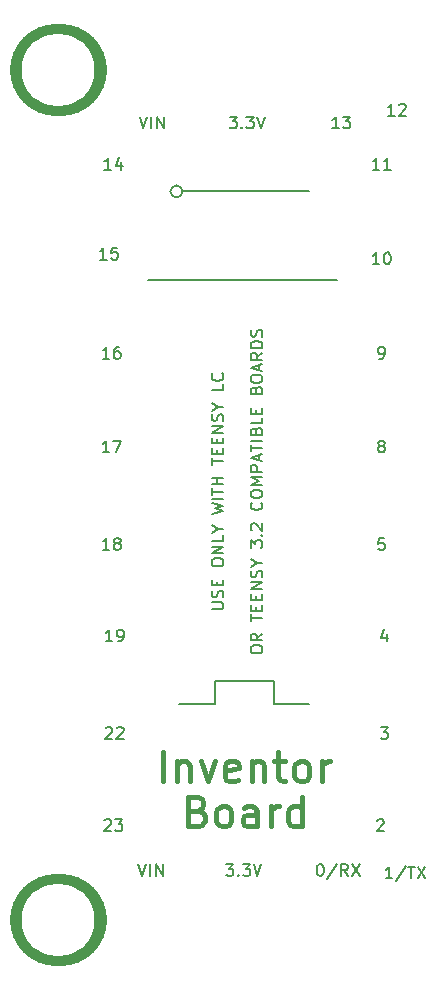
<source format=gto>
%TF.GenerationSoftware,KiCad,Pcbnew,4.0.7-e2-6376~58~ubuntu16.04.1*%
%TF.CreationDate,2018-04-06T12:35:26-07:00*%
%TF.ProjectId,5x10-Teensy-LC-Breakout,357831302D5465656E73792D4C432D42,v1.4*%
%TF.FileFunction,Legend,Top*%
%FSLAX46Y46*%
G04 Gerber Fmt 4.6, Leading zero omitted, Abs format (unit mm)*
G04 Created by KiCad (PCBNEW 4.0.7-e2-6376~58~ubuntu16.04.1) date Fri Apr  6 12:35:26 2018*
%MOMM*%
%LPD*%
G01*
G04 APERTURE LIST*
%ADD10C,0.350000*%
%ADD11C,0.400000*%
%ADD12C,0.152400*%
%ADD13C,7.800000*%
%ADD14C,0.127000*%
%ADD15C,0.150000*%
%ADD16C,0.310000*%
%ADD17C,0.254000*%
%ADD18C,1.879600*%
%ADD19C,6.152400*%
G04 APERTURE END LIST*
D10*
D11*
X35635904Y-125297429D02*
X35993047Y-125416476D01*
X36112095Y-125535524D01*
X36231143Y-125773619D01*
X36231143Y-126130762D01*
X36112095Y-126368857D01*
X35993047Y-126487905D01*
X35754952Y-126606952D01*
X34802571Y-126606952D01*
X34802571Y-124106952D01*
X35635904Y-124106952D01*
X35874000Y-124226000D01*
X35993047Y-124345048D01*
X36112095Y-124583143D01*
X36112095Y-124821238D01*
X35993047Y-125059333D01*
X35874000Y-125178381D01*
X35635904Y-125297429D01*
X34802571Y-125297429D01*
X37659714Y-126606952D02*
X37421619Y-126487905D01*
X37302571Y-126368857D01*
X37183523Y-126130762D01*
X37183523Y-125416476D01*
X37302571Y-125178381D01*
X37421619Y-125059333D01*
X37659714Y-124940286D01*
X38016857Y-124940286D01*
X38254952Y-125059333D01*
X38374000Y-125178381D01*
X38493047Y-125416476D01*
X38493047Y-126130762D01*
X38374000Y-126368857D01*
X38254952Y-126487905D01*
X38016857Y-126606952D01*
X37659714Y-126606952D01*
X40635905Y-126606952D02*
X40635905Y-125297429D01*
X40516857Y-125059333D01*
X40278762Y-124940286D01*
X39802571Y-124940286D01*
X39564476Y-125059333D01*
X40635905Y-126487905D02*
X40397809Y-126606952D01*
X39802571Y-126606952D01*
X39564476Y-126487905D01*
X39445428Y-126249810D01*
X39445428Y-126011714D01*
X39564476Y-125773619D01*
X39802571Y-125654571D01*
X40397809Y-125654571D01*
X40635905Y-125535524D01*
X41826381Y-126606952D02*
X41826381Y-124940286D01*
X41826381Y-125416476D02*
X41945429Y-125178381D01*
X42064476Y-125059333D01*
X42302572Y-124940286D01*
X42540667Y-124940286D01*
X44445429Y-126606952D02*
X44445429Y-124106952D01*
X44445429Y-126487905D02*
X44207333Y-126606952D01*
X43731143Y-126606952D01*
X43493048Y-126487905D01*
X43374000Y-126368857D01*
X43254952Y-126130762D01*
X43254952Y-125416476D01*
X43374000Y-125178381D01*
X43493048Y-125059333D01*
X43731143Y-124940286D01*
X44207333Y-124940286D01*
X44445429Y-125059333D01*
X32719238Y-122796952D02*
X32719238Y-120296952D01*
X33909714Y-121130286D02*
X33909714Y-122796952D01*
X33909714Y-121368381D02*
X34028762Y-121249333D01*
X34266857Y-121130286D01*
X34624000Y-121130286D01*
X34862095Y-121249333D01*
X34981143Y-121487429D01*
X34981143Y-122796952D01*
X35933524Y-121130286D02*
X36528762Y-122796952D01*
X37124000Y-121130286D01*
X39028762Y-122677905D02*
X38790667Y-122796952D01*
X38314476Y-122796952D01*
X38076381Y-122677905D01*
X37957333Y-122439810D01*
X37957333Y-121487429D01*
X38076381Y-121249333D01*
X38314476Y-121130286D01*
X38790667Y-121130286D01*
X39028762Y-121249333D01*
X39147810Y-121487429D01*
X39147810Y-121725524D01*
X37957333Y-121963619D01*
X40219238Y-121130286D02*
X40219238Y-122796952D01*
X40219238Y-121368381D02*
X40338286Y-121249333D01*
X40576381Y-121130286D01*
X40933524Y-121130286D01*
X41171619Y-121249333D01*
X41290667Y-121487429D01*
X41290667Y-122796952D01*
X42124000Y-121130286D02*
X43076381Y-121130286D01*
X42481143Y-120296952D02*
X42481143Y-122439810D01*
X42600191Y-122677905D01*
X42838286Y-122796952D01*
X43076381Y-122796952D01*
X44266857Y-122796952D02*
X44028762Y-122677905D01*
X43909714Y-122558857D01*
X43790666Y-122320762D01*
X43790666Y-121606476D01*
X43909714Y-121368381D01*
X44028762Y-121249333D01*
X44266857Y-121130286D01*
X44624000Y-121130286D01*
X44862095Y-121249333D01*
X44981143Y-121368381D01*
X45100190Y-121606476D01*
X45100190Y-122320762D01*
X44981143Y-122558857D01*
X44862095Y-122677905D01*
X44624000Y-122796952D01*
X44266857Y-122796952D01*
X46171619Y-122796952D02*
X46171619Y-121130286D01*
X46171619Y-121606476D02*
X46290667Y-121368381D01*
X46409714Y-121249333D01*
X46647810Y-121130286D01*
X46885905Y-121130286D01*
D12*
X34417000Y-72872600D02*
X45085000Y-72872600D01*
X34354433Y-72872600D02*
G75*
G03X34354433Y-72872600I-508933J0D01*
G01*
D13*
X23686960Y-62576360D02*
X24067960Y-62576360D01*
D14*
X31400960Y-80388860D02*
X47400960Y-80388860D01*
X42100960Y-114289860D02*
X37100960Y-114289860D01*
X42100960Y-116289860D02*
X42100960Y-114289860D01*
X42100960Y-116289860D02*
X45100960Y-116289860D01*
X37100960Y-116289860D02*
X37100960Y-114289860D01*
X37100960Y-116289860D02*
X37100960Y-114289860D01*
X34100960Y-116289860D02*
X37100960Y-116289860D01*
X34100960Y-116289860D02*
X37100960Y-116289860D01*
D13*
X23686960Y-134585360D02*
X24067960Y-134585360D01*
D15*
X30718722Y-66531741D02*
X31052055Y-67531741D01*
X31385389Y-66531741D01*
X31718722Y-67531741D02*
X31718722Y-66531741D01*
X32194912Y-67531741D02*
X32194912Y-66531741D01*
X32766341Y-67531741D01*
X32766341Y-66531741D01*
X40124341Y-111733242D02*
X40124341Y-111542765D01*
X40171960Y-111447527D01*
X40267198Y-111352289D01*
X40457674Y-111304670D01*
X40791008Y-111304670D01*
X40981484Y-111352289D01*
X41076722Y-111447527D01*
X41124341Y-111542765D01*
X41124341Y-111733242D01*
X41076722Y-111828480D01*
X40981484Y-111923718D01*
X40791008Y-111971337D01*
X40457674Y-111971337D01*
X40267198Y-111923718D01*
X40171960Y-111828480D01*
X40124341Y-111733242D01*
X41124341Y-110304670D02*
X40648150Y-110638004D01*
X41124341Y-110876099D02*
X40124341Y-110876099D01*
X40124341Y-110495146D01*
X40171960Y-110399908D01*
X40219579Y-110352289D01*
X40314817Y-110304670D01*
X40457674Y-110304670D01*
X40552912Y-110352289D01*
X40600531Y-110399908D01*
X40648150Y-110495146D01*
X40648150Y-110876099D01*
X40124341Y-109257051D02*
X40124341Y-108685622D01*
X41124341Y-108971337D02*
X40124341Y-108971337D01*
X40600531Y-108352289D02*
X40600531Y-108018955D01*
X41124341Y-107876098D02*
X41124341Y-108352289D01*
X40124341Y-108352289D01*
X40124341Y-107876098D01*
X40600531Y-107447527D02*
X40600531Y-107114193D01*
X41124341Y-106971336D02*
X41124341Y-107447527D01*
X40124341Y-107447527D01*
X40124341Y-106971336D01*
X41124341Y-106542765D02*
X40124341Y-106542765D01*
X41124341Y-105971336D01*
X40124341Y-105971336D01*
X41076722Y-105542765D02*
X41124341Y-105399908D01*
X41124341Y-105161812D01*
X41076722Y-105066574D01*
X41029103Y-105018955D01*
X40933865Y-104971336D01*
X40838627Y-104971336D01*
X40743389Y-105018955D01*
X40695770Y-105066574D01*
X40648150Y-105161812D01*
X40600531Y-105352289D01*
X40552912Y-105447527D01*
X40505293Y-105495146D01*
X40410055Y-105542765D01*
X40314817Y-105542765D01*
X40219579Y-105495146D01*
X40171960Y-105447527D01*
X40124341Y-105352289D01*
X40124341Y-105114193D01*
X40171960Y-104971336D01*
X40648150Y-104352289D02*
X41124341Y-104352289D01*
X40124341Y-104685622D02*
X40648150Y-104352289D01*
X40124341Y-104018955D01*
X40124341Y-103018955D02*
X40124341Y-102399907D01*
X40505293Y-102733241D01*
X40505293Y-102590383D01*
X40552912Y-102495145D01*
X40600531Y-102447526D01*
X40695770Y-102399907D01*
X40933865Y-102399907D01*
X41029103Y-102447526D01*
X41076722Y-102495145D01*
X41124341Y-102590383D01*
X41124341Y-102876098D01*
X41076722Y-102971336D01*
X41029103Y-103018955D01*
X41029103Y-101971336D02*
X41076722Y-101923717D01*
X41124341Y-101971336D01*
X41076722Y-102018955D01*
X41029103Y-101971336D01*
X41124341Y-101971336D01*
X40219579Y-101542765D02*
X40171960Y-101495146D01*
X40124341Y-101399908D01*
X40124341Y-101161812D01*
X40171960Y-101066574D01*
X40219579Y-101018955D01*
X40314817Y-100971336D01*
X40410055Y-100971336D01*
X40552912Y-101018955D01*
X41124341Y-101590384D01*
X41124341Y-100971336D01*
X41029103Y-99209431D02*
X41076722Y-99257050D01*
X41124341Y-99399907D01*
X41124341Y-99495145D01*
X41076722Y-99638003D01*
X40981484Y-99733241D01*
X40886246Y-99780860D01*
X40695770Y-99828479D01*
X40552912Y-99828479D01*
X40362436Y-99780860D01*
X40267198Y-99733241D01*
X40171960Y-99638003D01*
X40124341Y-99495145D01*
X40124341Y-99399907D01*
X40171960Y-99257050D01*
X40219579Y-99209431D01*
X40124341Y-98590384D02*
X40124341Y-98399907D01*
X40171960Y-98304669D01*
X40267198Y-98209431D01*
X40457674Y-98161812D01*
X40791008Y-98161812D01*
X40981484Y-98209431D01*
X41076722Y-98304669D01*
X41124341Y-98399907D01*
X41124341Y-98590384D01*
X41076722Y-98685622D01*
X40981484Y-98780860D01*
X40791008Y-98828479D01*
X40457674Y-98828479D01*
X40267198Y-98780860D01*
X40171960Y-98685622D01*
X40124341Y-98590384D01*
X41124341Y-97733241D02*
X40124341Y-97733241D01*
X40838627Y-97399907D01*
X40124341Y-97066574D01*
X41124341Y-97066574D01*
X41124341Y-96590384D02*
X40124341Y-96590384D01*
X40124341Y-96209431D01*
X40171960Y-96114193D01*
X40219579Y-96066574D01*
X40314817Y-96018955D01*
X40457674Y-96018955D01*
X40552912Y-96066574D01*
X40600531Y-96114193D01*
X40648150Y-96209431D01*
X40648150Y-96590384D01*
X40838627Y-95638003D02*
X40838627Y-95161812D01*
X41124341Y-95733241D02*
X40124341Y-95399908D01*
X41124341Y-95066574D01*
X40124341Y-94876098D02*
X40124341Y-94304669D01*
X41124341Y-94590384D02*
X40124341Y-94590384D01*
X41124341Y-93971336D02*
X40124341Y-93971336D01*
X40600531Y-93161812D02*
X40648150Y-93018955D01*
X40695770Y-92971336D01*
X40791008Y-92923717D01*
X40933865Y-92923717D01*
X41029103Y-92971336D01*
X41076722Y-93018955D01*
X41124341Y-93114193D01*
X41124341Y-93495146D01*
X40124341Y-93495146D01*
X40124341Y-93161812D01*
X40171960Y-93066574D01*
X40219579Y-93018955D01*
X40314817Y-92971336D01*
X40410055Y-92971336D01*
X40505293Y-93018955D01*
X40552912Y-93066574D01*
X40600531Y-93161812D01*
X40600531Y-93495146D01*
X41124341Y-92018955D02*
X41124341Y-92495146D01*
X40124341Y-92495146D01*
X40600531Y-91685622D02*
X40600531Y-91352288D01*
X41124341Y-91209431D02*
X41124341Y-91685622D01*
X40124341Y-91685622D01*
X40124341Y-91209431D01*
X40600531Y-89685621D02*
X40648150Y-89542764D01*
X40695770Y-89495145D01*
X40791008Y-89447526D01*
X40933865Y-89447526D01*
X41029103Y-89495145D01*
X41076722Y-89542764D01*
X41124341Y-89638002D01*
X41124341Y-90018955D01*
X40124341Y-90018955D01*
X40124341Y-89685621D01*
X40171960Y-89590383D01*
X40219579Y-89542764D01*
X40314817Y-89495145D01*
X40410055Y-89495145D01*
X40505293Y-89542764D01*
X40552912Y-89590383D01*
X40600531Y-89685621D01*
X40600531Y-90018955D01*
X40124341Y-88828479D02*
X40124341Y-88638002D01*
X40171960Y-88542764D01*
X40267198Y-88447526D01*
X40457674Y-88399907D01*
X40791008Y-88399907D01*
X40981484Y-88447526D01*
X41076722Y-88542764D01*
X41124341Y-88638002D01*
X41124341Y-88828479D01*
X41076722Y-88923717D01*
X40981484Y-89018955D01*
X40791008Y-89066574D01*
X40457674Y-89066574D01*
X40267198Y-89018955D01*
X40171960Y-88923717D01*
X40124341Y-88828479D01*
X40838627Y-88018955D02*
X40838627Y-87542764D01*
X41124341Y-88114193D02*
X40124341Y-87780860D01*
X41124341Y-87447526D01*
X41124341Y-86542764D02*
X40648150Y-86876098D01*
X41124341Y-87114193D02*
X40124341Y-87114193D01*
X40124341Y-86733240D01*
X40171960Y-86638002D01*
X40219579Y-86590383D01*
X40314817Y-86542764D01*
X40457674Y-86542764D01*
X40552912Y-86590383D01*
X40600531Y-86638002D01*
X40648150Y-86733240D01*
X40648150Y-87114193D01*
X41124341Y-86114193D02*
X40124341Y-86114193D01*
X40124341Y-85876098D01*
X40171960Y-85733240D01*
X40267198Y-85638002D01*
X40362436Y-85590383D01*
X40552912Y-85542764D01*
X40695770Y-85542764D01*
X40886246Y-85590383D01*
X40981484Y-85638002D01*
X41076722Y-85733240D01*
X41124341Y-85876098D01*
X41124341Y-86114193D01*
X41076722Y-85161812D02*
X41124341Y-85018955D01*
X41124341Y-84780859D01*
X41076722Y-84685621D01*
X41029103Y-84638002D01*
X40933865Y-84590383D01*
X40838627Y-84590383D01*
X40743389Y-84638002D01*
X40695770Y-84685621D01*
X40648150Y-84780859D01*
X40600531Y-84971336D01*
X40552912Y-85066574D01*
X40505293Y-85114193D01*
X40410055Y-85161812D01*
X40314817Y-85161812D01*
X40219579Y-85114193D01*
X40171960Y-85066574D01*
X40124341Y-84971336D01*
X40124341Y-84733240D01*
X40171960Y-84590383D01*
X36822341Y-108233242D02*
X37631865Y-108233242D01*
X37727103Y-108185623D01*
X37774722Y-108138004D01*
X37822341Y-108042766D01*
X37822341Y-107852289D01*
X37774722Y-107757051D01*
X37727103Y-107709432D01*
X37631865Y-107661813D01*
X36822341Y-107661813D01*
X37774722Y-107233242D02*
X37822341Y-107090385D01*
X37822341Y-106852289D01*
X37774722Y-106757051D01*
X37727103Y-106709432D01*
X37631865Y-106661813D01*
X37536627Y-106661813D01*
X37441389Y-106709432D01*
X37393770Y-106757051D01*
X37346150Y-106852289D01*
X37298531Y-107042766D01*
X37250912Y-107138004D01*
X37203293Y-107185623D01*
X37108055Y-107233242D01*
X37012817Y-107233242D01*
X36917579Y-107185623D01*
X36869960Y-107138004D01*
X36822341Y-107042766D01*
X36822341Y-106804670D01*
X36869960Y-106661813D01*
X37298531Y-106233242D02*
X37298531Y-105899908D01*
X37822341Y-105757051D02*
X37822341Y-106233242D01*
X36822341Y-106233242D01*
X36822341Y-105757051D01*
X36822341Y-104376099D02*
X36822341Y-104185622D01*
X36869960Y-104090384D01*
X36965198Y-103995146D01*
X37155674Y-103947527D01*
X37489008Y-103947527D01*
X37679484Y-103995146D01*
X37774722Y-104090384D01*
X37822341Y-104185622D01*
X37822341Y-104376099D01*
X37774722Y-104471337D01*
X37679484Y-104566575D01*
X37489008Y-104614194D01*
X37155674Y-104614194D01*
X36965198Y-104566575D01*
X36869960Y-104471337D01*
X36822341Y-104376099D01*
X37822341Y-103518956D02*
X36822341Y-103518956D01*
X37822341Y-102947527D01*
X36822341Y-102947527D01*
X37822341Y-101995146D02*
X37822341Y-102471337D01*
X36822341Y-102471337D01*
X37346150Y-101471337D02*
X37822341Y-101471337D01*
X36822341Y-101804670D02*
X37346150Y-101471337D01*
X36822341Y-101138003D01*
X36822341Y-100138003D02*
X37822341Y-99899908D01*
X37108055Y-99709431D01*
X37822341Y-99518955D01*
X36822341Y-99280860D01*
X37822341Y-98899908D02*
X36822341Y-98899908D01*
X36822341Y-98566575D02*
X36822341Y-97995146D01*
X37822341Y-98280861D02*
X36822341Y-98280861D01*
X37822341Y-97661813D02*
X36822341Y-97661813D01*
X37298531Y-97661813D02*
X37298531Y-97090384D01*
X37822341Y-97090384D02*
X36822341Y-97090384D01*
X36822341Y-95995146D02*
X36822341Y-95423717D01*
X37822341Y-95709432D02*
X36822341Y-95709432D01*
X37298531Y-95090384D02*
X37298531Y-94757050D01*
X37822341Y-94614193D02*
X37822341Y-95090384D01*
X36822341Y-95090384D01*
X36822341Y-94614193D01*
X37298531Y-94185622D02*
X37298531Y-93852288D01*
X37822341Y-93709431D02*
X37822341Y-94185622D01*
X36822341Y-94185622D01*
X36822341Y-93709431D01*
X37822341Y-93280860D02*
X36822341Y-93280860D01*
X37822341Y-92709431D01*
X36822341Y-92709431D01*
X37774722Y-92280860D02*
X37822341Y-92138003D01*
X37822341Y-91899907D01*
X37774722Y-91804669D01*
X37727103Y-91757050D01*
X37631865Y-91709431D01*
X37536627Y-91709431D01*
X37441389Y-91757050D01*
X37393770Y-91804669D01*
X37346150Y-91899907D01*
X37298531Y-92090384D01*
X37250912Y-92185622D01*
X37203293Y-92233241D01*
X37108055Y-92280860D01*
X37012817Y-92280860D01*
X36917579Y-92233241D01*
X36869960Y-92185622D01*
X36822341Y-92090384D01*
X36822341Y-91852288D01*
X36869960Y-91709431D01*
X37346150Y-91090384D02*
X37822341Y-91090384D01*
X36822341Y-91423717D02*
X37346150Y-91090384D01*
X36822341Y-90757050D01*
X37822341Y-89185621D02*
X37822341Y-89661812D01*
X36822341Y-89661812D01*
X37727103Y-88280859D02*
X37774722Y-88328478D01*
X37822341Y-88471335D01*
X37822341Y-88566573D01*
X37774722Y-88709431D01*
X37679484Y-88804669D01*
X37584246Y-88852288D01*
X37393770Y-88899907D01*
X37250912Y-88899907D01*
X37060436Y-88852288D01*
X36965198Y-88804669D01*
X36869960Y-88709431D01*
X36822341Y-88566573D01*
X36822341Y-88471335D01*
X36869960Y-88328478D01*
X36917579Y-88280859D01*
X28163484Y-103221741D02*
X27592055Y-103221741D01*
X27877769Y-103221741D02*
X27877769Y-102221741D01*
X27782531Y-102364598D01*
X27687293Y-102459836D01*
X27592055Y-102507455D01*
X28734912Y-102650312D02*
X28639674Y-102602693D01*
X28592055Y-102555074D01*
X28544436Y-102459836D01*
X28544436Y-102412217D01*
X28592055Y-102316979D01*
X28639674Y-102269360D01*
X28734912Y-102221741D01*
X28925389Y-102221741D01*
X29020627Y-102269360D01*
X29068246Y-102316979D01*
X29115865Y-102412217D01*
X29115865Y-102459836D01*
X29068246Y-102555074D01*
X29020627Y-102602693D01*
X28925389Y-102650312D01*
X28734912Y-102650312D01*
X28639674Y-102697931D01*
X28592055Y-102745550D01*
X28544436Y-102840789D01*
X28544436Y-103031265D01*
X28592055Y-103126503D01*
X28639674Y-103174122D01*
X28734912Y-103221741D01*
X28925389Y-103221741D01*
X29020627Y-103174122D01*
X29068246Y-103126503D01*
X29115865Y-103031265D01*
X29115865Y-102840789D01*
X29068246Y-102745550D01*
X29020627Y-102697931D01*
X28925389Y-102650312D01*
X28163484Y-94971741D02*
X27592055Y-94971741D01*
X27877769Y-94971741D02*
X27877769Y-93971741D01*
X27782531Y-94114598D01*
X27687293Y-94209836D01*
X27592055Y-94257455D01*
X28496817Y-93971741D02*
X29163484Y-93971741D01*
X28734912Y-94971741D01*
X27842055Y-118316979D02*
X27889674Y-118269360D01*
X27984912Y-118221741D01*
X28223008Y-118221741D01*
X28318246Y-118269360D01*
X28365865Y-118316979D01*
X28413484Y-118412217D01*
X28413484Y-118507455D01*
X28365865Y-118650312D01*
X27794436Y-119221741D01*
X28413484Y-119221741D01*
X28794436Y-118316979D02*
X28842055Y-118269360D01*
X28937293Y-118221741D01*
X29175389Y-118221741D01*
X29270627Y-118269360D01*
X29318246Y-118316979D01*
X29365865Y-118412217D01*
X29365865Y-118507455D01*
X29318246Y-118650312D01*
X28746817Y-119221741D01*
X29365865Y-119221741D01*
X28413484Y-110971741D02*
X27842055Y-110971741D01*
X28127769Y-110971741D02*
X28127769Y-109971741D01*
X28032531Y-110114598D01*
X27937293Y-110209836D01*
X27842055Y-110257455D01*
X28889674Y-110971741D02*
X29080150Y-110971741D01*
X29175389Y-110924122D01*
X29223008Y-110876503D01*
X29318246Y-110733646D01*
X29365865Y-110543170D01*
X29365865Y-110162217D01*
X29318246Y-110066979D01*
X29270627Y-110019360D01*
X29175389Y-109971741D01*
X28984912Y-109971741D01*
X28889674Y-110019360D01*
X28842055Y-110066979D01*
X28794436Y-110162217D01*
X28794436Y-110400312D01*
X28842055Y-110495550D01*
X28889674Y-110543170D01*
X28984912Y-110590789D01*
X29175389Y-110590789D01*
X29270627Y-110543170D01*
X29318246Y-110495550D01*
X29365865Y-110400312D01*
X27752055Y-126126979D02*
X27799674Y-126079360D01*
X27894912Y-126031741D01*
X28133008Y-126031741D01*
X28228246Y-126079360D01*
X28275865Y-126126979D01*
X28323484Y-126222217D01*
X28323484Y-126317455D01*
X28275865Y-126460312D01*
X27704436Y-127031741D01*
X28323484Y-127031741D01*
X28656817Y-126031741D02*
X29275865Y-126031741D01*
X28942531Y-126412693D01*
X29085389Y-126412693D01*
X29180627Y-126460312D01*
X29228246Y-126507931D01*
X29275865Y-126603170D01*
X29275865Y-126841265D01*
X29228246Y-126936503D01*
X29180627Y-126984122D01*
X29085389Y-127031741D01*
X28799674Y-127031741D01*
X28704436Y-126984122D01*
X28656817Y-126936503D01*
X30618722Y-129831741D02*
X30952055Y-130831741D01*
X31285389Y-129831741D01*
X31618722Y-130831741D02*
X31618722Y-129831741D01*
X32094912Y-130831741D02*
X32094912Y-129831741D01*
X32666341Y-130831741D01*
X32666341Y-129831741D01*
X28163484Y-87031741D02*
X27592055Y-87031741D01*
X27877769Y-87031741D02*
X27877769Y-86031741D01*
X27782531Y-86174598D01*
X27687293Y-86269836D01*
X27592055Y-86317455D01*
X29020627Y-86031741D02*
X28830150Y-86031741D01*
X28734912Y-86079360D01*
X28687293Y-86126979D01*
X28592055Y-86269836D01*
X28544436Y-86460312D01*
X28544436Y-86841265D01*
X28592055Y-86936503D01*
X28639674Y-86984122D01*
X28734912Y-87031741D01*
X28925389Y-87031741D01*
X29020627Y-86984122D01*
X29068246Y-86936503D01*
X29115865Y-86841265D01*
X29115865Y-86603170D01*
X29068246Y-86507931D01*
X29020627Y-86460312D01*
X28925389Y-86412693D01*
X28734912Y-86412693D01*
X28639674Y-86460312D01*
X28592055Y-86507931D01*
X28544436Y-86603170D01*
X27927324Y-78633581D02*
X27355895Y-78633581D01*
X27641609Y-78633581D02*
X27641609Y-77633581D01*
X27546371Y-77776438D01*
X27451133Y-77871676D01*
X27355895Y-77919295D01*
X28832086Y-77633581D02*
X28355895Y-77633581D01*
X28308276Y-78109771D01*
X28355895Y-78062152D01*
X28451133Y-78014533D01*
X28689229Y-78014533D01*
X28784467Y-78062152D01*
X28832086Y-78109771D01*
X28879705Y-78205010D01*
X28879705Y-78443105D01*
X28832086Y-78538343D01*
X28784467Y-78585962D01*
X28689229Y-78633581D01*
X28451133Y-78633581D01*
X28355895Y-78585962D01*
X28308276Y-78538343D01*
X28323484Y-71031741D02*
X27752055Y-71031741D01*
X28037769Y-71031741D02*
X28037769Y-70031741D01*
X27942531Y-70174598D01*
X27847293Y-70269836D01*
X27752055Y-70317455D01*
X29180627Y-70365074D02*
X29180627Y-71031741D01*
X28942531Y-69984122D02*
X28704436Y-70698408D01*
X29323484Y-70698408D01*
X38037770Y-129831741D02*
X38656818Y-129831741D01*
X38323484Y-130212693D01*
X38466342Y-130212693D01*
X38561580Y-130260312D01*
X38609199Y-130307931D01*
X38656818Y-130403170D01*
X38656818Y-130641265D01*
X38609199Y-130736503D01*
X38561580Y-130784122D01*
X38466342Y-130831741D01*
X38180627Y-130831741D01*
X38085389Y-130784122D01*
X38037770Y-130736503D01*
X39085389Y-130736503D02*
X39133008Y-130784122D01*
X39085389Y-130831741D01*
X39037770Y-130784122D01*
X39085389Y-130736503D01*
X39085389Y-130831741D01*
X39466341Y-129831741D02*
X40085389Y-129831741D01*
X39752055Y-130212693D01*
X39894913Y-130212693D01*
X39990151Y-130260312D01*
X40037770Y-130307931D01*
X40085389Y-130403170D01*
X40085389Y-130641265D01*
X40037770Y-130736503D01*
X39990151Y-130784122D01*
X39894913Y-130831741D01*
X39609198Y-130831741D01*
X39513960Y-130784122D01*
X39466341Y-130736503D01*
X40371103Y-129831741D02*
X40704436Y-130831741D01*
X41037770Y-129831741D01*
X45966341Y-129831741D02*
X46061580Y-129831741D01*
X46156818Y-129879360D01*
X46204437Y-129926979D01*
X46252056Y-130022217D01*
X46299675Y-130212693D01*
X46299675Y-130450789D01*
X46252056Y-130641265D01*
X46204437Y-130736503D01*
X46156818Y-130784122D01*
X46061580Y-130831741D01*
X45966341Y-130831741D01*
X45871103Y-130784122D01*
X45823484Y-130736503D01*
X45775865Y-130641265D01*
X45728246Y-130450789D01*
X45728246Y-130212693D01*
X45775865Y-130022217D01*
X45823484Y-129926979D01*
X45871103Y-129879360D01*
X45966341Y-129831741D01*
X47442532Y-129784122D02*
X46585389Y-131069836D01*
X48347294Y-130831741D02*
X48013960Y-130355550D01*
X47775865Y-130831741D02*
X47775865Y-129831741D01*
X48156818Y-129831741D01*
X48252056Y-129879360D01*
X48299675Y-129926979D01*
X48347294Y-130022217D01*
X48347294Y-130165074D01*
X48299675Y-130260312D01*
X48252056Y-130307931D01*
X48156818Y-130355550D01*
X47775865Y-130355550D01*
X48680627Y-129831741D02*
X49347294Y-130831741D01*
X49347294Y-129831741D02*
X48680627Y-130831741D01*
X38337770Y-66531741D02*
X38956818Y-66531741D01*
X38623484Y-66912693D01*
X38766342Y-66912693D01*
X38861580Y-66960312D01*
X38909199Y-67007931D01*
X38956818Y-67103170D01*
X38956818Y-67341265D01*
X38909199Y-67436503D01*
X38861580Y-67484122D01*
X38766342Y-67531741D01*
X38480627Y-67531741D01*
X38385389Y-67484122D01*
X38337770Y-67436503D01*
X39385389Y-67436503D02*
X39433008Y-67484122D01*
X39385389Y-67531741D01*
X39337770Y-67484122D01*
X39385389Y-67436503D01*
X39385389Y-67531741D01*
X39766341Y-66531741D02*
X40385389Y-66531741D01*
X40052055Y-66912693D01*
X40194913Y-66912693D01*
X40290151Y-66960312D01*
X40337770Y-67007931D01*
X40385389Y-67103170D01*
X40385389Y-67341265D01*
X40337770Y-67436503D01*
X40290151Y-67484122D01*
X40194913Y-67531741D01*
X39909198Y-67531741D01*
X39813960Y-67484122D01*
X39766341Y-67436503D01*
X40671103Y-66531741D02*
X41004436Y-67531741D01*
X41337770Y-66531741D01*
X47623484Y-67531741D02*
X47052055Y-67531741D01*
X47337769Y-67531741D02*
X47337769Y-66531741D01*
X47242531Y-66674598D01*
X47147293Y-66769836D01*
X47052055Y-66817455D01*
X47956817Y-66531741D02*
X48575865Y-66531741D01*
X48242531Y-66912693D01*
X48385389Y-66912693D01*
X48480627Y-66960312D01*
X48528246Y-67007931D01*
X48575865Y-67103170D01*
X48575865Y-67341265D01*
X48528246Y-67436503D01*
X48480627Y-67484122D01*
X48385389Y-67531741D01*
X48099674Y-67531741D01*
X48004436Y-67484122D01*
X47956817Y-67436503D01*
X52325484Y-66457741D02*
X51754055Y-66457741D01*
X52039769Y-66457741D02*
X52039769Y-65457741D01*
X51944531Y-65600598D01*
X51849293Y-65695836D01*
X51754055Y-65743455D01*
X52706436Y-65552979D02*
X52754055Y-65505360D01*
X52849293Y-65457741D01*
X53087389Y-65457741D01*
X53182627Y-65505360D01*
X53230246Y-65552979D01*
X53277865Y-65648217D01*
X53277865Y-65743455D01*
X53230246Y-65886312D01*
X52658817Y-66457741D01*
X53277865Y-66457741D01*
X51118722Y-94400312D02*
X51023484Y-94352693D01*
X50975865Y-94305074D01*
X50928246Y-94209836D01*
X50928246Y-94162217D01*
X50975865Y-94066979D01*
X51023484Y-94019360D01*
X51118722Y-93971741D01*
X51309199Y-93971741D01*
X51404437Y-94019360D01*
X51452056Y-94066979D01*
X51499675Y-94162217D01*
X51499675Y-94209836D01*
X51452056Y-94305074D01*
X51404437Y-94352693D01*
X51309199Y-94400312D01*
X51118722Y-94400312D01*
X51023484Y-94447931D01*
X50975865Y-94495550D01*
X50928246Y-94590789D01*
X50928246Y-94781265D01*
X50975865Y-94876503D01*
X51023484Y-94924122D01*
X51118722Y-94971741D01*
X51309199Y-94971741D01*
X51404437Y-94924122D01*
X51452056Y-94876503D01*
X51499675Y-94781265D01*
X51499675Y-94590789D01*
X51452056Y-94495550D01*
X51404437Y-94447931D01*
X51309199Y-94400312D01*
X51023484Y-87031741D02*
X51213960Y-87031741D01*
X51309199Y-86984122D01*
X51356818Y-86936503D01*
X51452056Y-86793646D01*
X51499675Y-86603170D01*
X51499675Y-86222217D01*
X51452056Y-86126979D01*
X51404437Y-86079360D01*
X51309199Y-86031741D01*
X51118722Y-86031741D01*
X51023484Y-86079360D01*
X50975865Y-86126979D01*
X50928246Y-86222217D01*
X50928246Y-86460312D01*
X50975865Y-86555550D01*
X51023484Y-86603170D01*
X51118722Y-86650789D01*
X51309199Y-86650789D01*
X51404437Y-86603170D01*
X51452056Y-86555550D01*
X51499675Y-86460312D01*
X51023484Y-79031741D02*
X50452055Y-79031741D01*
X50737769Y-79031741D02*
X50737769Y-78031741D01*
X50642531Y-78174598D01*
X50547293Y-78269836D01*
X50452055Y-78317455D01*
X51642531Y-78031741D02*
X51737770Y-78031741D01*
X51833008Y-78079360D01*
X51880627Y-78126979D01*
X51928246Y-78222217D01*
X51975865Y-78412693D01*
X51975865Y-78650789D01*
X51928246Y-78841265D01*
X51880627Y-78936503D01*
X51833008Y-78984122D01*
X51737770Y-79031741D01*
X51642531Y-79031741D01*
X51547293Y-78984122D01*
X51499674Y-78936503D01*
X51452055Y-78841265D01*
X51404436Y-78650789D01*
X51404436Y-78412693D01*
X51452055Y-78222217D01*
X51499674Y-78126979D01*
X51547293Y-78079360D01*
X51642531Y-78031741D01*
X51023484Y-71031741D02*
X50452055Y-71031741D01*
X50737769Y-71031741D02*
X50737769Y-70031741D01*
X50642531Y-70174598D01*
X50547293Y-70269836D01*
X50452055Y-70317455D01*
X51975865Y-71031741D02*
X51404436Y-71031741D01*
X51690150Y-71031741D02*
X51690150Y-70031741D01*
X51594912Y-70174598D01*
X51499674Y-70269836D01*
X51404436Y-70317455D01*
X51452056Y-102221741D02*
X50975865Y-102221741D01*
X50928246Y-102697931D01*
X50975865Y-102650312D01*
X51071103Y-102602693D01*
X51309199Y-102602693D01*
X51404437Y-102650312D01*
X51452056Y-102697931D01*
X51499675Y-102793170D01*
X51499675Y-103031265D01*
X51452056Y-103126503D01*
X51404437Y-103174122D01*
X51309199Y-103221741D01*
X51071103Y-103221741D01*
X50975865Y-103174122D01*
X50928246Y-103126503D01*
X51130627Y-118221741D02*
X51749675Y-118221741D01*
X51416341Y-118602693D01*
X51559199Y-118602693D01*
X51654437Y-118650312D01*
X51702056Y-118697931D01*
X51749675Y-118793170D01*
X51749675Y-119031265D01*
X51702056Y-119126503D01*
X51654437Y-119174122D01*
X51559199Y-119221741D01*
X51273484Y-119221741D01*
X51178246Y-119174122D01*
X51130627Y-119126503D01*
X51654437Y-110305074D02*
X51654437Y-110971741D01*
X51416341Y-109924122D02*
X51178246Y-110638408D01*
X51797294Y-110638408D01*
X50833246Y-126131979D02*
X50880865Y-126084360D01*
X50976103Y-126036741D01*
X51214199Y-126036741D01*
X51309437Y-126084360D01*
X51357056Y-126131979D01*
X51404675Y-126227217D01*
X51404675Y-126322455D01*
X51357056Y-126465312D01*
X50785627Y-127036741D01*
X51404675Y-127036741D01*
X52118722Y-131031741D02*
X51547293Y-131031741D01*
X51833007Y-131031741D02*
X51833007Y-130031741D01*
X51737769Y-130174598D01*
X51642531Y-130269836D01*
X51547293Y-130317455D01*
X53261579Y-129984122D02*
X52404436Y-131269836D01*
X53452055Y-130031741D02*
X54023484Y-130031741D01*
X53737769Y-131031741D02*
X53737769Y-130031741D01*
X54261579Y-130031741D02*
X54928246Y-131031741D01*
X54928246Y-130031741D02*
X54261579Y-131031741D01*
%LPC*%
D16*
X36630612Y-74891674D02*
X36559183Y-74963103D01*
X36344897Y-75034531D01*
X36202040Y-75034531D01*
X35987755Y-74963103D01*
X35844897Y-74820246D01*
X35773469Y-74677389D01*
X35702040Y-74391674D01*
X35702040Y-74177389D01*
X35773469Y-73891674D01*
X35844897Y-73748817D01*
X35987755Y-73605960D01*
X36202040Y-73534531D01*
X36344897Y-73534531D01*
X36559183Y-73605960D01*
X36630612Y-73677389D01*
X37273469Y-75034531D02*
X37273469Y-73534531D01*
X38844898Y-75034531D02*
X38344898Y-74320246D01*
X37987755Y-75034531D02*
X37987755Y-73534531D01*
X38559183Y-73534531D01*
X38702041Y-73605960D01*
X38773469Y-73677389D01*
X38844898Y-73820246D01*
X38844898Y-74034531D01*
X38773469Y-74177389D01*
X38702041Y-74248817D01*
X38559183Y-74320246D01*
X37987755Y-74320246D01*
X40344898Y-74891674D02*
X40273469Y-74963103D01*
X40059183Y-75034531D01*
X39916326Y-75034531D01*
X39702041Y-74963103D01*
X39559183Y-74820246D01*
X39487755Y-74677389D01*
X39416326Y-74391674D01*
X39416326Y-74177389D01*
X39487755Y-73891674D01*
X39559183Y-73748817D01*
X39702041Y-73605960D01*
X39916326Y-73534531D01*
X40059183Y-73534531D01*
X40273469Y-73605960D01*
X40344898Y-73677389D01*
X40987755Y-73534531D02*
X40987755Y-74748817D01*
X41059183Y-74891674D01*
X41130612Y-74963103D01*
X41273469Y-75034531D01*
X41559183Y-75034531D01*
X41702041Y-74963103D01*
X41773469Y-74891674D01*
X41844898Y-74748817D01*
X41844898Y-73534531D01*
X42559184Y-75034531D02*
X42559184Y-73534531D01*
X43059184Y-73534531D02*
X43916327Y-73534531D01*
X43487756Y-75034531D02*
X43487756Y-73534531D01*
X44344898Y-74963103D02*
X44559184Y-75034531D01*
X44916327Y-75034531D01*
X45059184Y-74963103D01*
X45130613Y-74891674D01*
X45202041Y-74748817D01*
X45202041Y-74605960D01*
X45130613Y-74463103D01*
X45059184Y-74391674D01*
X44916327Y-74320246D01*
X44630613Y-74248817D01*
X44487755Y-74177389D01*
X44416327Y-74105960D01*
X44344898Y-73963103D01*
X44344898Y-73820246D01*
X44416327Y-73677389D01*
X44487755Y-73605960D01*
X44630613Y-73534531D01*
X44987755Y-73534531D01*
X45202041Y-73605960D01*
X35809207Y-72097674D02*
X35737778Y-72169103D01*
X35523492Y-72240531D01*
X35380635Y-72240531D01*
X35166350Y-72169103D01*
X35023492Y-72026246D01*
X34952064Y-71883389D01*
X34880635Y-71597674D01*
X34880635Y-71383389D01*
X34952064Y-71097674D01*
X35023492Y-70954817D01*
X35166350Y-70811960D01*
X35380635Y-70740531D01*
X35523492Y-70740531D01*
X35737778Y-70811960D01*
X35809207Y-70883389D01*
X37309207Y-72240531D02*
X36809207Y-71526246D01*
X36452064Y-72240531D02*
X36452064Y-70740531D01*
X37023492Y-70740531D01*
X37166350Y-70811960D01*
X37237778Y-70883389D01*
X37309207Y-71026246D01*
X37309207Y-71240531D01*
X37237778Y-71383389D01*
X37166350Y-71454817D01*
X37023492Y-71526246D01*
X36452064Y-71526246D01*
X37880635Y-71811960D02*
X38594921Y-71811960D01*
X37737778Y-72240531D02*
X38237778Y-70740531D01*
X38737778Y-72240531D01*
X39094921Y-70740531D02*
X40094921Y-70740531D01*
X39094921Y-72240531D01*
X40094921Y-72240531D01*
X40952063Y-71526246D02*
X40952063Y-72240531D01*
X40452063Y-70740531D02*
X40952063Y-71526246D01*
X41452063Y-70740531D01*
D12*
X46101000Y-71666100D02*
X44958000Y-72618600D01*
X44767500Y-72618600D02*
X46101000Y-71666100D01*
X45720000Y-71793100D02*
X44767500Y-72618600D01*
X44640500Y-72555100D02*
X45720000Y-71793100D01*
X45529500Y-71856600D02*
X44640500Y-72555100D01*
X44386500Y-72618600D02*
X45529500Y-71856600D01*
X45212000Y-71983600D02*
X44386500Y-72618600D01*
X44259500Y-72555100D02*
X45212000Y-71983600D01*
X45021500Y-71983600D02*
X44259500Y-72555100D01*
X44259500Y-72428100D02*
X45021500Y-71983600D01*
X44767500Y-71983600D02*
X44259500Y-72428100D01*
X44196000Y-72301100D02*
X44767500Y-71983600D01*
X44767500Y-71793100D02*
X44196000Y-72301100D01*
X44767500Y-71666100D02*
X44132500Y-72174100D01*
X44894500Y-71475600D02*
X44069000Y-72047100D01*
X44894500Y-71348600D02*
X44069000Y-71920100D01*
D17*
X43053000Y-72555100D02*
X42418000Y-71666100D01*
D12*
X44958000Y-72682100D02*
X42989500Y-72682100D01*
X46545500Y-71539100D02*
X44958000Y-72682100D01*
X44767500Y-71983600D02*
X46545500Y-71539100D01*
X45085000Y-71094600D02*
X44767500Y-71983600D01*
X44005500Y-71793100D02*
X45085000Y-71094600D01*
X43180000Y-70332600D02*
X44005500Y-71856600D01*
X43243500Y-71729600D02*
X43180000Y-70332600D01*
X42164000Y-71475600D02*
X43243500Y-71729600D01*
X42989500Y-72682100D02*
X42164000Y-71475600D01*
D17*
X43243500Y-72555100D02*
X42608500Y-71666100D01*
X43434000Y-72555100D02*
X42862500Y-71729600D01*
X43561000Y-72555100D02*
X43116500Y-71793100D01*
X43815000Y-72555100D02*
X43370500Y-71729600D01*
X44005500Y-72555100D02*
X43434000Y-71475600D01*
X44196000Y-72555100D02*
X43307000Y-70840600D01*
X43370500Y-71539100D02*
X43307000Y-70713600D01*
D18*
X47260960Y-115449860D03*
X47260960Y-112909860D03*
X47260960Y-110369860D03*
X47260960Y-107829860D03*
X47260960Y-105289860D03*
X47260960Y-102749860D03*
X47260960Y-100209860D03*
X47260960Y-97669860D03*
X47260960Y-95129860D03*
X47260960Y-92589860D03*
X47260960Y-90049860D03*
X47260960Y-87509860D03*
X47260960Y-84969860D03*
X47260960Y-82429860D03*
X32020960Y-82429860D03*
X32020960Y-90049860D03*
X32020960Y-110369860D03*
X32020960Y-95129860D03*
X32020960Y-92589860D03*
X32020960Y-112909860D03*
X32020960Y-105289860D03*
X32020960Y-115449860D03*
X32020960Y-102749860D03*
X32020960Y-100209860D03*
X32020960Y-97669860D03*
X32020960Y-107829860D03*
X32020960Y-84969860D03*
X32020960Y-87509860D03*
D19*
X23813960Y-94579360D03*
X23814960Y-102579360D03*
X23814960Y-118579360D03*
X23814960Y-86579360D03*
X23814960Y-126579360D03*
X23814960Y-110579360D03*
X23813960Y-78579360D03*
X23813960Y-70579360D03*
X23814960Y-134579360D03*
X31813960Y-134579360D03*
X39813960Y-134579360D03*
X47813960Y-134579360D03*
X39813960Y-62579360D03*
X47813960Y-62579360D03*
X23814960Y-62579360D03*
X31813960Y-62579360D03*
X55813960Y-62579360D03*
X55813960Y-70579360D03*
X55813960Y-78579360D03*
X55813960Y-86579360D03*
X55813960Y-94579360D03*
X55813960Y-102579360D03*
X55813960Y-110579360D03*
X55813960Y-118579360D03*
X55813960Y-126579360D03*
X55813960Y-134579360D03*
M02*

</source>
